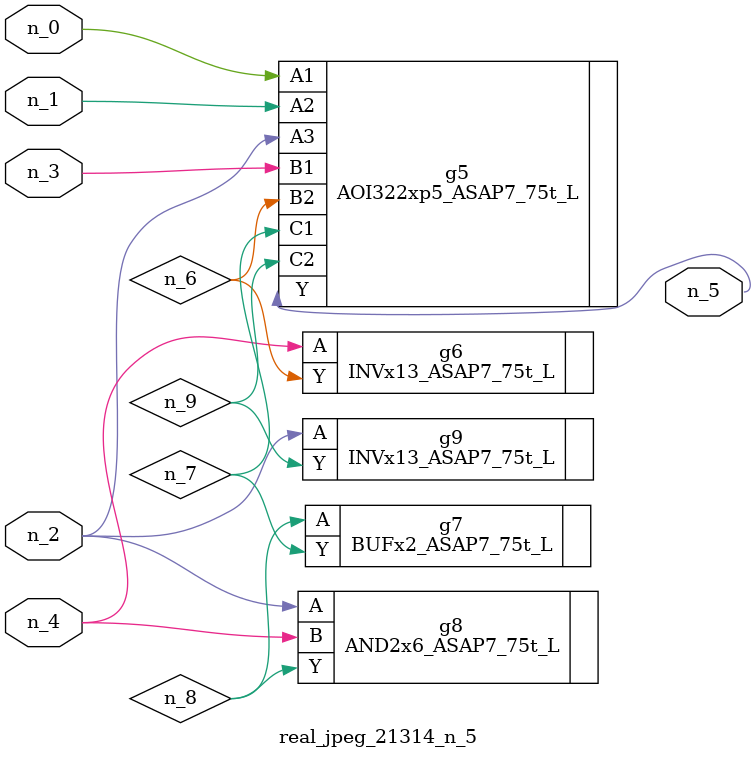
<source format=v>
module real_jpeg_21314_n_5 (n_4, n_0, n_1, n_2, n_3, n_5);

input n_4;
input n_0;
input n_1;
input n_2;
input n_3;

output n_5;

wire n_8;
wire n_6;
wire n_7;
wire n_9;

AOI322xp5_ASAP7_75t_L g5 ( 
.A1(n_0),
.A2(n_1),
.A3(n_2),
.B1(n_3),
.B2(n_6),
.C1(n_7),
.C2(n_9),
.Y(n_5)
);

AND2x6_ASAP7_75t_L g8 ( 
.A(n_2),
.B(n_4),
.Y(n_8)
);

INVx13_ASAP7_75t_L g9 ( 
.A(n_2),
.Y(n_9)
);

INVx13_ASAP7_75t_L g6 ( 
.A(n_4),
.Y(n_6)
);

BUFx2_ASAP7_75t_L g7 ( 
.A(n_8),
.Y(n_7)
);


endmodule
</source>
